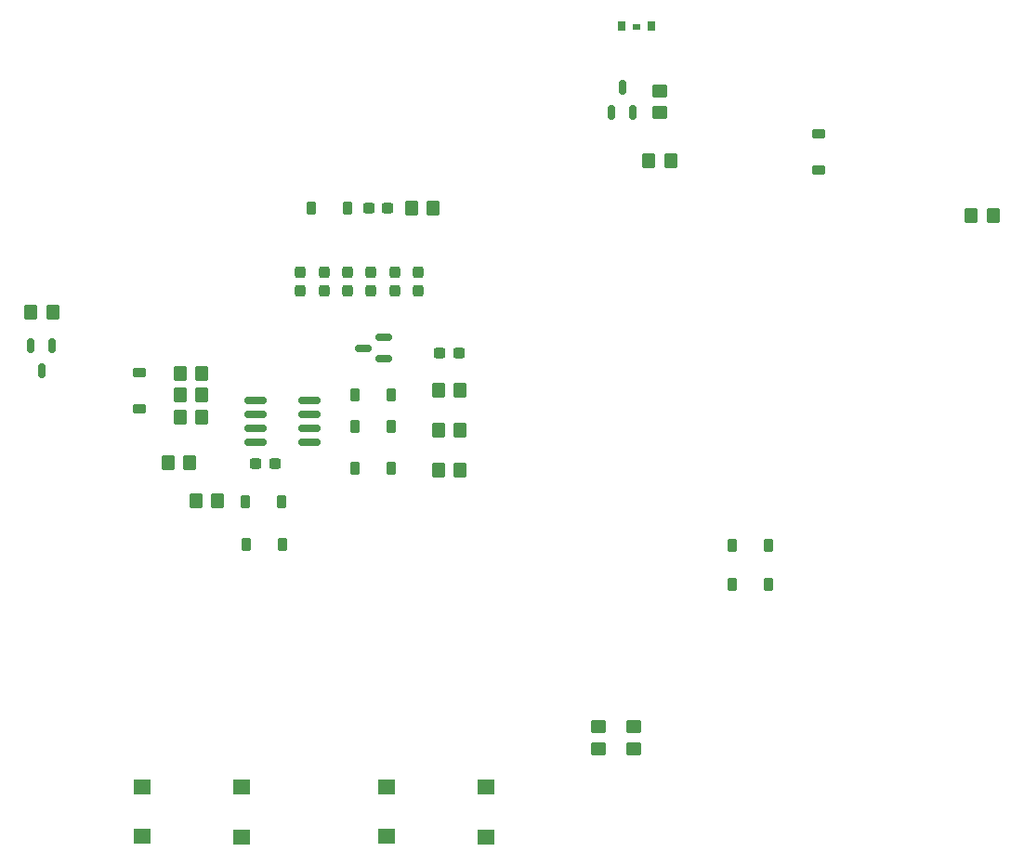
<source format=gbr>
%TF.GenerationSoftware,KiCad,Pcbnew,7.0.2*%
%TF.CreationDate,2024-04-06T10:43:08-07:00*%
%TF.ProjectId,MK-KS-MkIII,4d4b2d4b-532d-44d6-9b49-49492e6b6963,1.0*%
%TF.SameCoordinates,PX3a67068PY9f701d0*%
%TF.FileFunction,Paste,Top*%
%TF.FilePolarity,Positive*%
%FSLAX46Y46*%
G04 Gerber Fmt 4.6, Leading zero omitted, Abs format (unit mm)*
G04 Created by KiCad (PCBNEW 7.0.2) date 2024-04-06 10:43:08*
%MOMM*%
%LPD*%
G01*
G04 APERTURE LIST*
G04 Aperture macros list*
%AMRoundRect*
0 Rectangle with rounded corners*
0 $1 Rounding radius*
0 $2 $3 $4 $5 $6 $7 $8 $9 X,Y pos of 4 corners*
0 Add a 4 corners polygon primitive as box body*
4,1,4,$2,$3,$4,$5,$6,$7,$8,$9,$2,$3,0*
0 Add four circle primitives for the rounded corners*
1,1,$1+$1,$2,$3*
1,1,$1+$1,$4,$5*
1,1,$1+$1,$6,$7*
1,1,$1+$1,$8,$9*
0 Add four rect primitives between the rounded corners*
20,1,$1+$1,$2,$3,$4,$5,0*
20,1,$1+$1,$4,$5,$6,$7,0*
20,1,$1+$1,$6,$7,$8,$9,0*
20,1,$1+$1,$8,$9,$2,$3,0*%
G04 Aperture macros list end*
%ADD10RoundRect,0.250000X0.450000X-0.350000X0.450000X0.350000X-0.450000X0.350000X-0.450000X-0.350000X0*%
%ADD11RoundRect,0.250000X-0.350000X-0.450000X0.350000X-0.450000X0.350000X0.450000X-0.350000X0.450000X0*%
%ADD12RoundRect,0.250000X0.350000X0.450000X-0.350000X0.450000X-0.350000X-0.450000X0.350000X-0.450000X0*%
%ADD13RoundRect,0.150000X-0.150000X0.512500X-0.150000X-0.512500X0.150000X-0.512500X0.150000X0.512500X0*%
%ADD14RoundRect,0.150000X0.150000X-0.512500X0.150000X0.512500X-0.150000X0.512500X-0.150000X-0.512500X0*%
%ADD15RoundRect,0.150000X0.587500X0.150000X-0.587500X0.150000X-0.587500X-0.150000X0.587500X-0.150000X0*%
%ADD16RoundRect,0.225000X0.375000X-0.225000X0.375000X0.225000X-0.375000X0.225000X-0.375000X-0.225000X0*%
%ADD17RoundRect,0.225000X-0.225000X-0.375000X0.225000X-0.375000X0.225000X0.375000X-0.225000X0.375000X0*%
%ADD18RoundRect,0.237500X0.300000X0.237500X-0.300000X0.237500X-0.300000X-0.237500X0.300000X-0.237500X0*%
%ADD19RoundRect,0.237500X0.237500X-0.300000X0.237500X0.300000X-0.237500X0.300000X-0.237500X-0.300000X0*%
%ADD20RoundRect,0.225000X0.225000X0.375000X-0.225000X0.375000X-0.225000X-0.375000X0.225000X-0.375000X0*%
%ADD21R,0.710000X0.900000*%
%ADD22R,0.800000X0.600000*%
%ADD23R,1.600000X1.400000*%
%ADD24RoundRect,0.237500X-0.237500X0.300000X-0.237500X-0.300000X0.237500X-0.300000X0.237500X0.300000X0*%
%ADD25RoundRect,0.150000X0.825000X0.150000X-0.825000X0.150000X-0.825000X-0.150000X0.825000X-0.150000X0*%
%ADD26RoundRect,0.237500X-0.300000X-0.237500X0.300000X-0.237500X0.300000X0.237500X-0.300000X0.237500X0*%
G04 APERTURE END LIST*
D10*
%TO.C,R15*%
X55113600Y6873800D03*
X55113600Y8873800D03*
%TD*%
D11*
%TO.C,R14*%
X38036600Y56170800D03*
X40036600Y56170800D03*
%TD*%
D10*
%TO.C,R13*%
X58265600Y6873800D03*
X58265600Y8873800D03*
%TD*%
D11*
%TO.C,R12*%
X40501600Y39525467D03*
X42501600Y39525467D03*
%TD*%
D12*
%TO.C,R11*%
X42501600Y32250800D03*
X40501600Y32250800D03*
%TD*%
D11*
%TO.C,R10*%
X42501600Y35888134D03*
X40501600Y35888134D03*
%TD*%
D12*
%TO.C,R9*%
X20380600Y29484800D03*
X18380600Y29484800D03*
%TD*%
D11*
%TO.C,R8*%
X16957600Y37105800D03*
X18957600Y37105800D03*
%TD*%
D12*
%TO.C,R7*%
X18957600Y39107800D03*
X16957600Y39107800D03*
%TD*%
D11*
%TO.C,R6*%
X16957600Y41109800D03*
X18957600Y41109800D03*
%TD*%
D12*
%TO.C,R5*%
X17863600Y32965800D03*
X15863600Y32965800D03*
%TD*%
D10*
%TO.C,R4*%
X60638600Y64862800D03*
X60638600Y66862800D03*
%TD*%
D12*
%TO.C,R3*%
X5371600Y46665800D03*
X3371600Y46665800D03*
%TD*%
%TO.C,R2*%
X61638600Y60464800D03*
X59638600Y60464800D03*
%TD*%
D11*
%TO.C,R1*%
X89020600Y55469800D03*
X91020600Y55469800D03*
%TD*%
D13*
%TO.C,Q3*%
X5269600Y43591800D03*
X3369600Y43591800D03*
X4319600Y41316800D03*
%TD*%
D14*
%TO.C,Q2*%
X57234600Y67127300D03*
X58184600Y64852300D03*
X56284600Y64852300D03*
%TD*%
D15*
%TO.C,Q1*%
X35552600Y42457800D03*
X35552600Y44357800D03*
X33677600Y43407800D03*
%TD*%
D16*
%TO.C,D12*%
X75149600Y59617300D03*
X75149600Y62917300D03*
%TD*%
D17*
%TO.C,D11*%
X67267100Y25390800D03*
X70567100Y25390800D03*
%TD*%
%TO.C,D10*%
X67267100Y21841800D03*
X70567100Y21841800D03*
%TD*%
%TO.C,D9*%
X32881200Y39118800D03*
X36181200Y39118800D03*
%TD*%
D16*
%TO.C,D6*%
X13218600Y37876800D03*
X13218600Y41176800D03*
%TD*%
D17*
%TO.C,D4*%
X22980600Y25477800D03*
X26280600Y25477800D03*
%TD*%
D18*
%TO.C,C10*%
X25586500Y32880000D03*
X23861500Y32880000D03*
%TD*%
D19*
%TO.C,C3*%
X27907600Y48591300D03*
X27907600Y50316300D03*
%TD*%
D18*
%TO.C,C2*%
X35861100Y56172800D03*
X34136100Y56172800D03*
%TD*%
D20*
%TO.C,D7*%
X36181200Y32435600D03*
X32881200Y32435600D03*
%TD*%
D19*
%TO.C,C7*%
X36508400Y48591300D03*
X36508400Y50316300D03*
%TD*%
%TO.C,C5*%
X32208000Y48591300D03*
X32208000Y50316300D03*
%TD*%
D17*
%TO.C,D3*%
X28877100Y56169800D03*
X32177100Y56169800D03*
%TD*%
D19*
%TO.C,C4*%
X30057800Y48591300D03*
X30057800Y50316300D03*
%TD*%
D17*
%TO.C,D8*%
X32881200Y36272600D03*
X36181200Y36272600D03*
%TD*%
D21*
%TO.C,LED1*%
X57197000Y72794000D03*
X59897000Y72794000D03*
D22*
X58547000Y72644000D03*
%TD*%
D23*
%TO.C,SW3*%
X35747600Y3413800D03*
X44847600Y3377800D03*
X35747600Y-1086200D03*
X44847600Y-1122200D03*
%TD*%
D19*
%TO.C,C6*%
X34358200Y48591300D03*
X34358200Y50316300D03*
%TD*%
D23*
%TO.C,SW2*%
X13467600Y3413800D03*
X22567600Y3377800D03*
X13467600Y-1086200D03*
X22567600Y-1122200D03*
%TD*%
D24*
%TO.C,C8*%
X38658600Y50316300D03*
X38658600Y48591300D03*
%TD*%
D20*
%TO.C,D5*%
X26235600Y29381800D03*
X22935600Y29381800D03*
%TD*%
D25*
%TO.C,U4*%
X28774600Y34812800D03*
X28774600Y36082800D03*
X28774600Y37352800D03*
X28774600Y38622800D03*
X23824600Y38622800D03*
X23824600Y37352800D03*
X23824600Y36082800D03*
X23824600Y34812800D03*
%TD*%
D26*
%TO.C,C9*%
X40639100Y42942800D03*
X42364100Y42942800D03*
%TD*%
M02*

</source>
